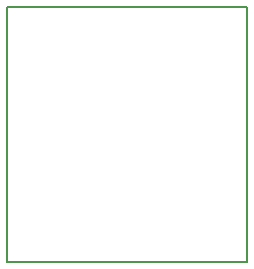
<source format=gbr>
%TF.GenerationSoftware,KiCad,Pcbnew,5.1.10-88a1d61d58~90~ubuntu20.04.1*%
%TF.CreationDate,2022-08-18T12:34:06+02:00*%
%TF.ProjectId,OptoIsolation,4f70746f-4973-46f6-9c61-74696f6e2e6b,rev?*%
%TF.SameCoordinates,PX4d83c00PY8eeaea0*%
%TF.FileFunction,Other,ECO1*%
%FSLAX46Y46*%
G04 Gerber Fmt 4.6, Leading zero omitted, Abs format (unit mm)*
G04 Created by KiCad (PCBNEW 5.1.10-88a1d61d58~90~ubuntu20.04.1) date 2022-08-18 12:34:06*
%MOMM*%
%LPD*%
G01*
G04 APERTURE LIST*
%ADD10C,0.150000*%
G04 APERTURE END LIST*
D10*
X38100000Y69850000D02*
X38100000Y48260000D01*
X58420000Y69850000D02*
X38100000Y69850000D01*
X58420000Y48260000D02*
X58420000Y69850000D01*
X38100000Y48260000D02*
X58420000Y48260000D01*
M02*

</source>
